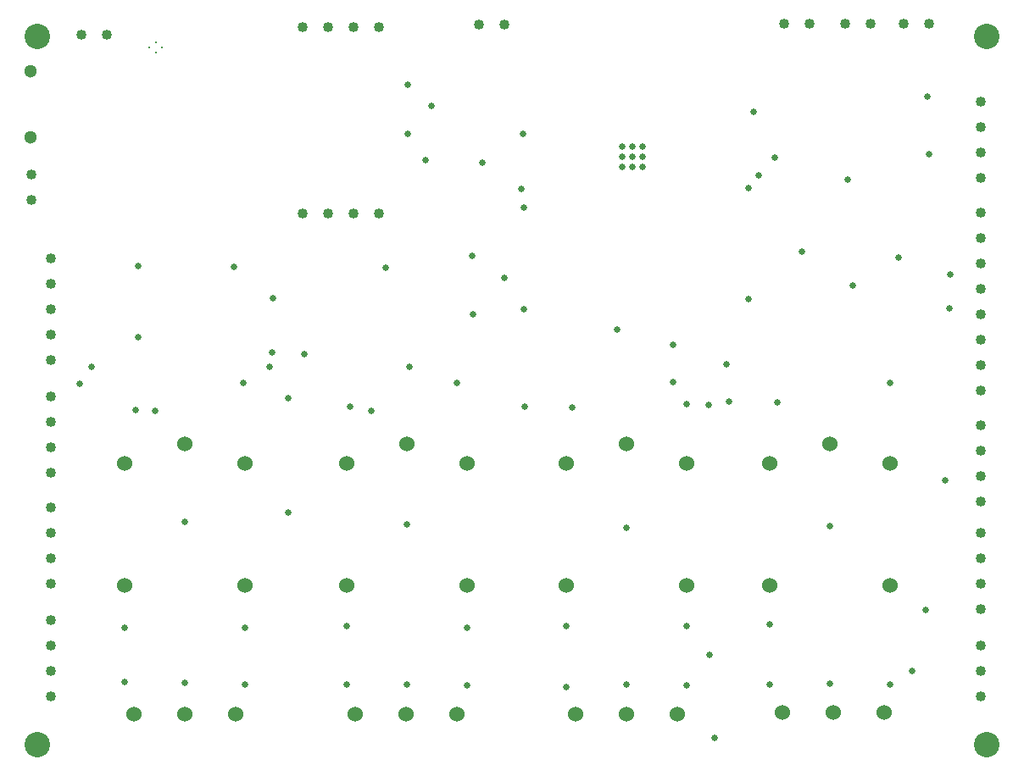
<source format=gbr>
G04 PROTEUS GERBER X2 FILE*
%TF.GenerationSoftware,Labcenter,Proteus,8.9-SP0-Build27865*%
%TF.CreationDate,2021-01-11T14:01:32+00:00*%
%TF.FileFunction,Plated,1,2,PTH*%
%TF.FilePolarity,Positive*%
%TF.Part,Single*%
%TF.SameCoordinates,{9f0a7d81-3364-476e-981e-304885b4a122}*%
%FSLAX45Y45*%
%MOMM*%
G01*
%TA.AperFunction,ViaDrill*%
%ADD115C,0.635000*%
%TA.AperFunction,OtherDrill,Unknown*%
%ADD116C,2.540000*%
%TA.AperFunction,ComponentDrill*%
%ADD117C,1.524000*%
%TA.AperFunction,ComponentDrill*%
%ADD118C,1.016000*%
%TA.AperFunction,ComponentDrill*%
%ADD119C,0.177800*%
%TA.AperFunction,ComponentDrill*%
%ADD120C,1.300000*%
%TD.AperFunction*%
D115*
X+1265783Y+3569295D03*
X+1760000Y+2450000D03*
X+1760000Y+840000D03*
X+1160000Y+1390000D03*
X+1160000Y+850000D03*
X+2360000Y+820000D03*
X+2360000Y+1390000D03*
X+3410000Y+3600000D03*
X+3980000Y+2420000D03*
X+3980000Y+820000D03*
X+3380000Y+820000D03*
X+3380000Y+1410000D03*
X+4580000Y+810000D03*
X+4580000Y+1390000D03*
X+5630000Y+3590000D03*
X+6170000Y+820000D03*
X+6170000Y+2390000D03*
X+5570000Y+1410000D03*
X+5570000Y+800000D03*
X+6770000Y+810000D03*
X+6770000Y+1410000D03*
X+7679296Y+3645021D03*
X+8200000Y+830000D03*
X+8200000Y+2410000D03*
X+7600000Y+1420000D03*
X+7600000Y+820000D03*
X+8800000Y+820000D03*
X+7920733Y+5145660D03*
X+3990000Y+6820000D03*
X+3985911Y+6327617D03*
X+9350440Y+2865674D03*
X+6635855Y+3843907D03*
X+4476559Y+3837206D03*
X+2340939Y+3832683D03*
X+8800000Y+3840000D03*
X+8381796Y+5867433D03*
X+8431756Y+4811915D03*
X+5143500Y+5588000D03*
X+5143500Y+4570000D03*
X+3619500Y+3556000D03*
X+9160000Y+1570000D03*
X+7053197Y+287109D03*
X+6989593Y+3613334D03*
X+6080000Y+4370000D03*
X+4727503Y+6034762D03*
X+4953000Y+4889500D03*
X+825500Y+4000500D03*
X+7388135Y+5782228D03*
X+7390660Y+4673503D03*
X+4626667Y+5110741D03*
X+4640000Y+4520000D03*
X+4000500Y+4000500D03*
X+2603500Y+4000500D03*
X+1460500Y+3556000D03*
X+7651826Y+6085007D03*
X+8885925Y+5090000D03*
X+4224748Y+6602565D03*
X+4160000Y+6060000D03*
X+5135961Y+6329372D03*
X+3764049Y+4992411D03*
X+2246124Y+5000249D03*
X+1293624Y+5004169D03*
X+1290000Y+4290000D03*
X+710000Y+3830000D03*
X+2954568Y+4122530D03*
X+2633149Y+4142129D03*
X+2637068Y+4679461D03*
X+2794000Y+3683000D03*
X+2794000Y+2540000D03*
X+5121363Y+5775053D03*
X+6636046Y+4217769D03*
X+6767350Y+3626333D03*
X+7003953Y+1120543D03*
X+9024591Y+955990D03*
X+9400000Y+4580000D03*
X+9401576Y+4924318D03*
X+9188866Y+6125501D03*
X+9176354Y+6694811D03*
X+7443994Y+6542489D03*
X+5151157Y+3597261D03*
X+7194733Y+3654649D03*
X+7170000Y+4020000D03*
X+7490000Y+5910000D03*
D116*
X+290000Y+7300000D03*
D117*
X+7724000Y+540000D03*
X+8232000Y+540000D03*
X+8740000Y+540000D03*
D118*
X+980000Y+7320000D03*
X+726000Y+7320000D03*
D115*
X+6125860Y+6201600D03*
X+6232540Y+6201600D03*
X+6331600Y+6201600D03*
X+6334140Y+6100000D03*
X+6230000Y+6100000D03*
X+6125860Y+6094920D03*
X+6128400Y+5993320D03*
X+6230000Y+5995860D03*
X+6331600Y+5995860D03*
D117*
X+1250000Y+530000D03*
X+1758000Y+530000D03*
X+2266000Y+530000D03*
X+3460000Y+530000D03*
X+3968000Y+530000D03*
X+4476000Y+530000D03*
X+5660000Y+530000D03*
X+6168000Y+530000D03*
X+6676000Y+530000D03*
D116*
X+9770000Y+7300000D03*
D118*
X+9710000Y+6646000D03*
X+9710000Y+6392000D03*
X+9710000Y+6138000D03*
X+9710000Y+5884000D03*
D116*
X+290000Y+220000D03*
X+9770000Y+220000D03*
D117*
X+2360000Y+3030000D03*
X+1160000Y+3030000D03*
X+1760000Y+3230000D03*
X+2360000Y+1810000D03*
X+1160000Y+1810000D03*
X+4580000Y+3030000D03*
X+3380000Y+3030000D03*
X+3980000Y+3230000D03*
X+4580000Y+1810000D03*
X+3380000Y+1810000D03*
X+6770000Y+3030000D03*
X+5570000Y+3030000D03*
X+6170000Y+3230000D03*
X+6770000Y+1810000D03*
X+5570000Y+1810000D03*
X+8800000Y+3030000D03*
X+7600000Y+3030000D03*
X+8200000Y+3230000D03*
X+8800000Y+1810000D03*
X+7600000Y+1810000D03*
D118*
X+9710000Y+5536000D03*
X+9710000Y+5282000D03*
X+9710000Y+5028000D03*
X+9710000Y+4774000D03*
X+9710000Y+4520000D03*
X+9710000Y+4266000D03*
X+9710000Y+4012000D03*
X+9710000Y+3758000D03*
X+2940000Y+5530000D03*
X+3194000Y+5530000D03*
X+3448000Y+5530000D03*
X+3702000Y+5530000D03*
X+8610000Y+7430000D03*
X+8356000Y+7430000D03*
X+420000Y+5078000D03*
X+420000Y+4824000D03*
X+420000Y+4570000D03*
X+420000Y+4316000D03*
X+420000Y+4062000D03*
X+9710000Y+3416000D03*
X+9710000Y+3162000D03*
X+9710000Y+2908000D03*
X+9710000Y+2654000D03*
X+9190000Y+7430000D03*
X+8936000Y+7430000D03*
X+420000Y+1468000D03*
X+420000Y+1214000D03*
X+420000Y+960000D03*
X+420000Y+706000D03*
X+420000Y+2588000D03*
X+420000Y+2334000D03*
X+420000Y+2080000D03*
X+420000Y+1826000D03*
X+420000Y+3704000D03*
X+420000Y+3450000D03*
X+420000Y+3196000D03*
X+420000Y+2942000D03*
X+2940000Y+7390000D03*
X+3194000Y+7390000D03*
X+3448000Y+7390000D03*
X+3702000Y+7390000D03*
X+9710000Y+1210000D03*
X+9710000Y+956000D03*
X+9710000Y+702000D03*
X+9710000Y+2342000D03*
X+9710000Y+2088000D03*
X+9710000Y+1834000D03*
X+9710000Y+1580000D03*
X+8000000Y+7430000D03*
X+7746000Y+7430000D03*
D119*
X+1407000Y+7190000D03*
X+1470000Y+7240000D03*
X+1470000Y+7140000D03*
X+1533000Y+7190000D03*
D118*
X+4700000Y+7420000D03*
X+4954000Y+7420000D03*
X+230000Y+5920000D03*
X+230000Y+5666000D03*
D120*
X+222000Y+6950000D03*
X+222000Y+6290000D03*
M02*

</source>
